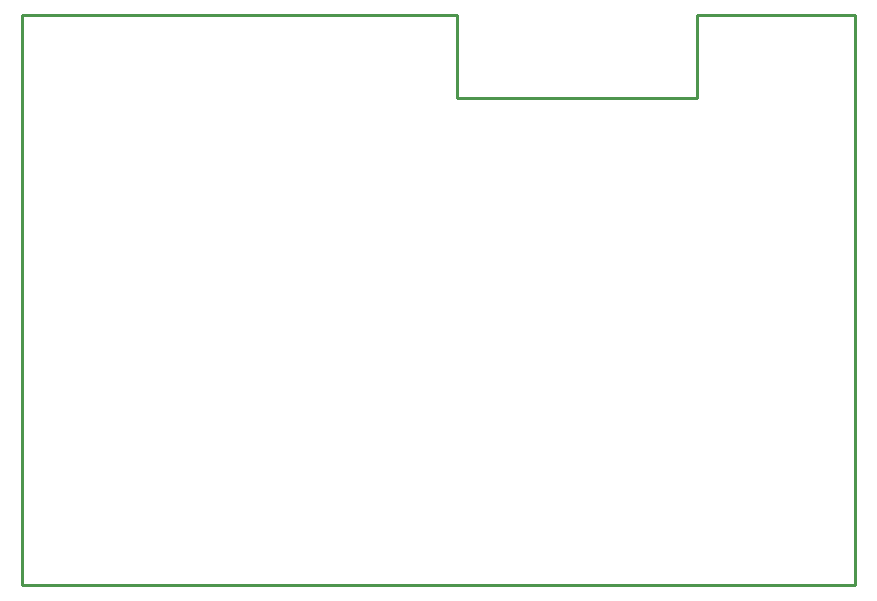
<source format=gm1>
G04*
G04 #@! TF.GenerationSoftware,Altium Limited,Altium Designer,23.3.1 (30)*
G04*
G04 Layer_Color=32512*
%FSLAX44Y44*%
%MOMM*%
G71*
G04*
G04 #@! TF.SameCoordinates,049E622D-B5B7-477E-837E-60E0A1272B7F*
G04*
G04*
G04 #@! TF.FilePolarity,Positive*
G04*
G01*
G75*
%ADD77C,0.2540*%
D77*
X222250Y482600D02*
X368300D01*
X571500D02*
X704850D01*
X571500Y412750D02*
Y482600D01*
X368300Y412750D02*
X571500D01*
X368300D02*
Y482600D01*
X0Y0D02*
X0Y482600D01*
Y0D02*
X222250D01*
X0Y482600D02*
X222250D01*
Y0D02*
X704850D01*
X704850Y482600D02*
X704850Y0D01*
M02*

</source>
